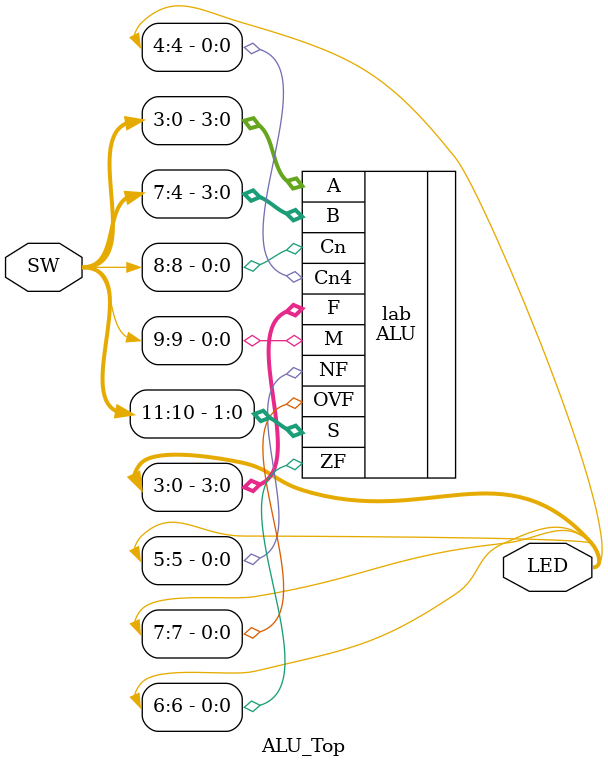
<source format=v>
`timescale 1ns / 1ps


module ALU_Top(
    input [11:0] SW,
    output [7:0] LED
    );
    ALU lab(.A(SW[3:0]), .B(SW[7:4]), .Cn(SW[8]), .M(SW[9]), .S(SW[11:10]),
        .F(LED[3:0]), .Cn4(LED[4]), .NF(LED[5]), .ZF(LED[6]), .OVF(LED[7]));
//    AddSub4 lab(SW[3:0], SW[7:4], SW[8], LED[3:0], LED[4], LED[5]);
endmodule

</source>
